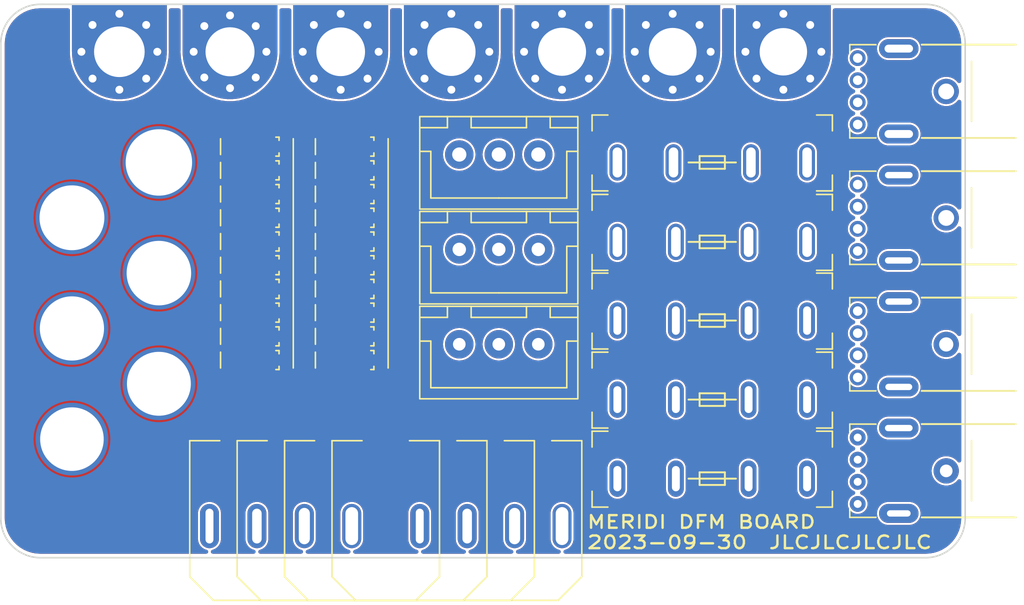
<source format=kicad_pcb>
(kicad_pcb (version 20221018) (generator pcbnew)
  (layers (0 "F.Cu" signal) (31 "B.Cu" signal) (34 "B.Paste" user) (35 "F.Paste" user) (36 "B.SilkS" user "B.Silkscreen") (37 "F.SilkS" user "F.Silkscreen") (38 "B.Mask" user) (39 "F.Mask" user) (44 "Edge.Cuts" user))
  (net 0 "")
  (footprint "corevus:LGA_Spring" (layer "F.Cu") (at 82 43.5 -90)
    (fp_text reference "TP6" hide)
    (fp_text value "TestPoint")
    (fp_line (start -0.6 -0.6) (end -0.6 -0.4) (stroke (width 0.1)) (layer "F.SilkS"))
    (fp_line (start -0.6 -0.6) (end -0.4 -0.6) (stroke (width 0.1)) (layer "F.SilkS"))
    (fp_line (start 0.5 3.1) (end -0.5 3.1) (stroke (width 0.1)) (layer "F.SilkS"))
    (fp_line (start 0.6 -0.6) (end 0.4 -0.6) (stroke (width 0.1)) (layer "F.SilkS"))
    (fp_line (start 0.6 -0.6) (end 0.6 -0.4) (stroke (width 0.1)) (layer "F.SilkS"))
    (pad "1" smd roundrect (at 0 0.25 270) (size 1.1 2.75) (drill (offset 0 0.575)) (layers "F.Cu" "F.Mask") (roundrect_rratio 0.09090909091))
  )
  (footprint "corevus:JST_XH_1x03" (layer "F.Cu") (at 90.5 36.5)
    (fp_text reference "J5" hide)
    (fp_text value "JST XH")
    (fp_line (start -5 -1.7) (end -3.25 -1.7) (stroke (width 0.1)) (layer "F.SilkS"))
    (fp_line (start -5 -0.2) (end -4.3 -0.2) (stroke (width 0.1)) (layer "F.SilkS"))
    (fp_line (start -4.3 -0.2) (end -4.3 2.75) (stroke (width 0.1)) (layer "F.SilkS"))
    (fp_line (start -4.3 2.75) (end 0 2.75) (stroke (width 0.1)) (layer "F.SilkS"))
    (fp_line (start -3.25 -1.7) (end -3.25 -2.4) (stroke (width 0.1)) (layer "F.SilkS"))
    (fp_line (start -1.75 -2.4) (end -1.75 -1.7) (stroke (width 0.1)) (layer "F.SilkS"))
    (fp_line (start -1.75 -1.7) (end 1.75 -1.7) (stroke (width 0.1)) (layer "F.SilkS"))
    (fp_line (start 1.75 -1.7) (end 1.75 -2.4) (stroke (width 0.1)) (layer "F.SilkS"))
    (fp_line (start 3.25 -2.4) (end 3.25 -1.7) (stroke (width 0.1)) (layer "F.SilkS"))
    (fp_line (start 3.25 -1.7) (end 5 -1.7) (stroke (width 0.1)) (layer "F.SilkS"))
    (fp_line (start 4.3 -0.2) (end 4.3 2.75) (stroke (width 0.1)) (layer "F.SilkS"))
    (fp_line (start 4.3 2.75) (end 0 2.75) (stroke (width 0.1)) (layer "F.SilkS"))
    (fp_line (start 5 -0.2) (end 4.3 -0.2) (stroke (width 0.1)) (layer "F.SilkS"))
    (fp_rect (start -5 -2.4) (end 5 3.45) (stroke (width 0.1)) (fill none) (layer "F.SilkS"))
    (pad "1" thru_hole oval (at -2.5 0) (size 1.8 1.8) (drill 0.9) (layers "*.Cu" "*.Mask"))
    (pad "2" thru_hole oval (at 0 0) (size 1.8 1.8) (drill 0.9) (layers "*.Cu" "*.Mask"))
    (pad "3" thru_hole oval (at 2.5 0) (size 1.8 1.8) (drill 0.9) (layers "*.Cu" "*.Mask"))
  )
  (footprint "corevus:MountingHole_M3_Driver" (layer "F.Cu") (at 94.5 30)
    (fp_text reference "H5" hide)
    (fp_text value "MountingHole_Pad")
    (pad "1" thru_hole circle (at -2.4 0) (size 0.8 0.8) (drill 0.5) (layers "*.Cu" "*.Mask"))
    (pad "1" thru_hole circle (at -1.697056 -1.697056) (size 0.8 0.8) (drill 0.5) (layers "*.Cu" "*.Mask"))
    (pad "1" thru_hole circle (at -1.697056 1.697056) (size 0.8 0.8) (drill 0.5) (layers "*.Cu" "*.Mask"))
    (pad "1" thru_hole circle (at 0 -2.4) (size 0.8 0.8) (drill 0.5) (layers "*.Cu" "*.Mask"))
    (pad "1" thru_hole custom (at 0 0) (size 6 6) (drill 3.04) (layers "*.Cu" "*.Mask") (options (clearance outline) (anchor circle)) (primitives (gr_poly (pts (xy -3 0) (xy 3 0) (xy 3 -3) (xy -3 -3)) (width 0) (fill yes))))
    (pad "1" thru_hole circle (at 0 2.4) (size 0.8 0.8) (drill 0.5) (layers "*.Cu" "*.Mask"))
    (pad "1" thru_hole circle (at 1.697056 -1.697056) (size 0.8 0.8) (drill 0.5) (layers "*.Cu" "*.Mask"))
    (pad "1" thru_hole circle (at 1.697056 1.697056) (size 0.8 0.8) (drill 0.5) (layers "*.Cu" "*.Mask"))
    (pad "1" thru_hole circle (at 2.4 0) (size 0.8 0.8) (drill 0.5) (layers "*.Cu" "*.Mask"))
  )
  (footprint "corevus:MountingHole_M3_Driver" (layer "F.Cu") (at 80.5 30)
    (fp_text reference "H3" hide)
    (fp_text value "MountingHole_Pad")
    (pad "1" thru_hole circle (at -2.4 0) (size 0.8 0.8) (drill 0.5) (layers "*.Cu" "*.Mask"))
    (pad "1" thru_hole circle (at -1.697056 -1.697056) (size 0.8 0.8) (drill 0.5) (layers "*.Cu" "*.Mask"))
    (pad "1" thru_hole circle (at -1.697056 1.697056) (size 0.8 0.8) (drill 0.5) (layers "*.Cu" "*.Mask"))
    (pad "1" thru_hole circle (at 0 -2.4) (size 0.8 0.8) (drill 0.5) (layers "*.Cu" "*.Mask"))
    (pad "1" thru_hole custom (at 0 0) (size 6 6) (drill 3.08) (layers "*.Cu" "*.Mask") (options (clearance outline) (anchor circle)) (primitives (gr_poly (pts (xy -3 0) (xy 3 0) (xy 3 -3) (xy -3 -3)) (width 0) (fill yes))))
    (pad "1" thru_hole circle (at 0 2.4) (size 0.8 0.8) (drill 0.5) (layers "*.Cu" "*.Mask"))
    (pad "1" thru_hole circle (at 1.697056 -1.697056) (size 0.8 0.8) (drill 0.5) (layers "*.Cu" "*.Mask"))
    (pad "1" thru_hole circle (at 1.697056 1.697056) (size 0.8 0.8) (drill 0.5) (layers "*.Cu" "*.Mask"))
    (pad "1" thru_hole circle (at 2.4 0) (size 0.8 0.8) (drill 0.5) (layers "*.Cu" "*.Mask"))
  )
  (footprint "corevus:Jing_USB-A_906-761" (layer "F.Cu") (at 116 56.5 90)
    (fp_text reference "J4" hide)
    (fp_text value "USB_A")
    (fp_line (start -2.95 -3.3) (end -2.95 -1.65) (stroke (width 0.1)) (layer "F.SilkS"))
    (fp_line (start -2.95 -3.3) (end -2.45 -3.3) (stroke (width 0.1)) (layer "F.SilkS"))
    (fp_line (start -2.95 1.25) (end -2.95 7.2) (stroke (width 0.12)) (layer "F.SilkS"))
    (fp_line (start -1.9 4.4) (end 1.9 4.4) (stroke (width 0.1)) (layer "F.SilkS"))
    (fp_line (start 2.95 -3.3) (end 2.45 -3.3) (stroke (width 0.1)) (layer "F.SilkS"))
    (fp_line (start 2.95 -3.3) (end 2.95 -1.65) (stroke (width 0.1)) (layer "F.SilkS"))
    (fp_line (start 2.95 1.25) (end 2.95 7.2) (stroke (width 0.12)) (layer "F.SilkS"))
    (pad "1" thru_hole circle (at 2.1 -2.8 270) (size 1 1) (drill 0.5) (layers "*.Cu" "*.Mask"))
    (pad "2" thru_hole circle (at 0.7 -2.8 270) (size 1 1) (drill 0.5) (layers "*.Cu" "*.Mask"))
    (pad "3" thru_hole circle (at -0.7 -2.8 270) (size 1 1) (drill 0.5) (layers "*.Cu" "*.Mask"))
    (pad "4" thru_hole circle (at -2.1 -2.8 270) (size 1 1) (drill 0.5) (layers "*.Cu" "*.Mask"))
    (pad "5" thru_hole oval (at -2.7 -0.2 180) (size 2.5 1.2) (drill oval 1.5 0.4) (layers "*.Cu" "*.Mask"))
    (pad "5" thru_hole oval (at -0.01 2.8 270) (size 1.6 1.6) (drill 0.8) (layers "*.Cu" "*.Mask"))
    (pad "5" thru_hole oval (at 2.7 -0.2 180) (size 2.5 1.2) (drill oval 1.75 0.4) (layers "*.Cu" "*.Mask"))
  )
  (footprint "corevus:XKB_X3025WRS-04C" (layer "F.Cu") (at 81.85 60 180)
    (fp_text reference "J10" hide)
    (fp_text value "Conn_01x04")
    (fp_line (start -7.9 -3.2) (end -6.4 -4.7) (stroke (width 0.1)) (layer "F.SilkS"))
    (fp_line (start -7.9 5.4) (end -7.9 -3.2) (stroke (width 0.1)) (layer "F.SilkS"))
    (fp_line (start -7.9 5.4) (end -6 5.4) (stroke (width 0.1)) (layer "F.SilkS"))
    (fp_line (start -6.4 -4.7) (end 6.4 -4.7) (stroke (width 0.1)) (layer "F.SilkS"))
    (fp_line (start 6.4 -4.7) (end 7.9 -3.2) (stroke (width 0.1)) (layer "F.SilkS"))
    (fp_line (start 7.9 -3.2) (end 7.9 5.4) (stroke (width 0.1)) (layer "F.SilkS"))
    (fp_line (start 7.9 5.4) (end 6 5.4) (stroke (width 0.1)) (layer "F.SilkS"))
    (pad "1" smd roundrect (at -4.5 5.5) (size 1 3) (layers "F.Cu" "F.Paste" "F.Mask"))
    (pad "2" smd roundrect (at -1.5 5.5) (size 1 3) (layers "F.Cu" "F.Paste" "F.Mask"))
    (pad "3" smd roundrect (at 1.5 5.5) (size 1 3) (layers "F.Cu" "F.Paste" "F.Mask"))
    (pad "4" smd roundrect (at 4.5 5.5) (size 1 3) (layers "F.Cu" "F.Paste" "F.Mask"))
    (pad "5" thru_hole oval (at 6.65 0) (size 1.2 2.8) (drill oval 0.6 2.2) (layers "*.Cu" "*.Mask" "F.Paste"))
    (pad "6" thru_hole oval (at -6.65 0) (size 1.2 2.8) (drill oval 0.6 2.2) (layers "*.Cu" "*.Mask" "F.Paste"))
  )
  (footprint "corevus:Jing_USB-A_906-761" (layer "F.Cu") (at 116 32.5 90)
    (fp_text reference "J1" hide)
    (fp_text value "USB_A")
    (fp_line (start -2.95 -3.3) (end -2.95 -1.65) (stroke (width 0.1)) (layer "F.SilkS"))
    (fp_line (start -2.95 -3.3) (end -2.45 -3.3) (stroke (width 0.1)) (layer "F.SilkS"))
    (fp_line (start -2.95 1.25) (end -2.95 7.2) (stroke (width 0.12)) (layer "F.SilkS"))
    (fp_line (start -1.9 4.4) (end 1.9 4.4) (stroke (width 0.1)) (layer "F.SilkS"))
    (fp_line (start 2.95 -3.3) (end 2.45 -3.3) (stroke (width 0.1)) (layer "F.SilkS"))
    (fp_line (start 2.95 -3.3) (end 2.95 -1.65) (stroke (width 0.1)) (layer "F.SilkS"))
    (fp_line (start 2.95 1.25) (end 2.95 7.2) (stroke (width 0.12)) (layer "F.SilkS"))
    (pad "1" thru_hole circle (at 2.1 -2.8 270) (size 1 1) (drill 0.6) (layers "*.Cu" "*.Mask"))
    (pad "2" thru_hole circle (at 0.7 -2.8 270) (size 1 1) (drill 0.6) (layers "*.Cu" "*.Mask"))
    (pad "3" thru_hole circle (at -0.7 -2.8 270) (size 1 1) (drill 0.6) (layers "*.Cu" "*.Mask"))
    (pad "4" thru_hole circle (at -2.1 -2.8 270) (size 1 1) (drill 0.6) (layers "*.Cu" "*.Mask"))
    (pad "5" thru_hole oval (at -2.7 -0.2 180) (size 2.5 1.2) (drill oval 1.8 0.5) (layers "*.Cu" "*.Mask"))
    (pad "5" thru_hole oval (at -0.01 2.8 270) (size 1.6 1.6) (drill oval 1) (layers "*.Cu" "*.Mask"))
    (pad "5" thru_hole oval (at 2.7 -0.2 180) (size 2.5 1.2) (drill oval 1.8 0.5) (layers "*.Cu" "*.Mask"))
  )
  (footprint "corevus:XF-505P" (layer "F.Cu") (at 104 42.025)
    (fp_text reference "F2" hide)
    (fp_text value "Fuse")
    (fp_line (start -7.6 -3) (end -7.6 -2) (stroke (width 0.1)) (layer "F.SilkS"))
    (fp_line (start -7.6 -3) (end -6.6 -3) (stroke (width 0.1)) (layer "F.SilkS"))
    (fp_line (start -7.6 1.8) (end -7.6 0.8) (stroke (width 0.1)) (layer "F.SilkS"))
    (fp_line (start -7.6 1.8) (end -6.6 1.8) (stroke (width 0.1)) (layer "F.SilkS"))
    (fp_line (start -1.5 0) (end 1.5 0) (stroke (width 0.12)) (layer "F.SilkS"))
    (fp_line (start -0.8 -0.4) (end -0.8 0.4) (stroke (width 0.12)) (layer "F.SilkS"))
    (fp_line (start -0.8 0.4) (end 0.8 0.4) (stroke (width 0.12)) (layer "F.SilkS"))
    (fp_line (start 0.8 -0.4) (end -0.8 -0.4) (stroke (width 0.12)) (layer "F.SilkS"))
    (fp_line (start 0.8 0.4) (end 0.8 -0.4) (stroke (width 0.12)) (layer "F.SilkS"))
    (fp_line (start 7.6 -3) (end 6.6 -3) (stroke (width 0.1)) (layer "F.SilkS"))
    (fp_line (start 7.6 -3) (end 7.6 -2) (stroke (width 0.1)) (layer "F.SilkS"))
    (fp_line (start 7.6 1.8) (end 6.6 1.8) (stroke (width 0.1)) (layer "F.SilkS"))
    (fp_line (start 7.6 1.8) (end 7.6 0.8) (stroke (width 0.1)) (layer "F.SilkS"))
    (pad "1" thru_hole oval (at -6 0 90) (size 2.3 1) (drill oval 1.900022 0.599999) (layers "*.Cu" "*.Mask"))
    (pad "1" thru_hole oval (at -2.3 0 90) (size 2.3 1) (drill oval 1.900022 0.599999) (layers "*.Cu" "*.Mask"))
    (pad "2" thru_hole oval (at 2.3 0 90) (size 2.3 1) (drill oval 1.900022 0.599999) (layers "*.Cu" "*.Mask"))
    (pad "2" thru_hole oval (at 6 0 90) (size 2.3 1) (drill oval 1.900022 0.599999) (layers "*.Cu" "*.Mask"))
  )
  (footprint "corevus:XF-505P" (layer "F.Cu") (at 104 47)
    (fp_text reference "F3" hide)
    (fp_text value "Fuse")
    (fp_line (start -7.6 -3) (end -7.6 -2) (stroke (width 0.1)) (layer "F.SilkS"))
    (fp_line (start -7.6 -3) (end -6.6 -3) (stroke (width 0.1)) (layer "F.SilkS"))
    (fp_line (start -7.6 1.8) (end -7.6 0.8) (stroke (width 0.1)) (layer "F.SilkS"))
    (fp_line (start -7.6 1.8) (end -6.6 1.8) (stroke (width 0.1)) (layer "F.SilkS"))
    (fp_line (start -1.5 0) (end 1.5 0) (stroke (width 0.12)) (layer "F.SilkS"))
    (fp_line (start -0.8 -0.4) (end -0.8 0.4) (stroke (width 0.12)) (layer "F.SilkS"))
    (fp_line (start -0.8 0.4) (end 0.8 0.4) (stroke (width 0.12)) (layer "F.SilkS"))
    (fp_line (start 0.8 -0.4) (end -0.8 -0.4) (stroke (width 0.12)) (layer "F.SilkS"))
    (fp_line (start 0.8 0.4) (end 0.8 -0.4) (stroke (width 0.12)) (layer "F.SilkS"))
    (fp_line (start 7.6 -3) (end 6.6 -3) (stroke (width 0.1)) (layer "F.SilkS"))
    (fp_line (start 7.6 -3) (end 7.6 -2) (stroke (width 0.1)) (layer "F.SilkS"))
    (fp_line (start 7.6 1.8) (end 6.6 1.8) (stroke (width 0.1)) (layer "F.SilkS"))
    (fp_line (start 7.6 1.8) (end 7.6 0.8) (stroke (width 0.1)) (layer "F.SilkS"))
    (pad "1" thru_hole oval (at -6 0 90) (size 2.3 1) (drill oval 1.8 0.5) (layers "*.Cu" "*.Mask"))
    (pad "1" thru_hole oval (at -2.3 0 90) (size 2.3 1) (drill oval 1.8 0.5) (layers "*.Cu" "*.Mask"))
    (pad "2" thru_hole oval (at 2.3 0 90) (size 2.3 1) (drill oval 1.8 0.5) (layers "*.Cu" "*.Mask"))
    (pad "2" thru_hole oval (at 6 0 90) (size 2.3 1) (drill oval 1.8 0.5) (layers "*.Cu" "*.Mask"))
  )
  (footprint "corevus:LGA_Spring" (layer "F.Cu") (at 76.000001 45 -90)
    (fp_text reference "TP17" hide)
    (fp_text value "TestPoint")
    (fp_line (start -0.6 -0.6) (end -0.6 -0.4) (stroke (width 0.1)) (layer "F.SilkS"))
    (fp_line (start -0.6 -0.6) (end -0.4 -0.6) (stroke (width 0.1)) (layer "F.SilkS"))
    (fp_line (start 0.5 3.1) (end -0.5 3.1) (stroke (width 0.1)) (layer "F.SilkS"))
    (fp_line (start 0.6 -0.6) (end 0.4 -0.6) (stroke (width 0.1)) (layer "F.SilkS"))
    (fp_line (start 0.6 -0.6) (end 0.6 -0.4) (stroke (width 0.1)) (layer "F.SilkS"))
    (pad "1" smd roundrect (at 0 0.25 270) (size 1.1 2.15) (drill (offset 0 0.275)) (layers "F.Cu" "F.Mask") (roundrect_rratio 0.09090909091))
  )
  (footprint "corevus:M3_M2.5_PCB_Nut" (layer "F.Cu") (at 69 51 90)
    (fp_text reference "H9" hide)
    (fp_text value "MountingHole_Pad")
    (pad "1" thru_hole circle (at 0 0 90) (size 4.6 4.6) (drill 4.04) (layers "*.Cu" "*.Mask"))
    (pad "1" smd circle (at 0 0 90) (size 6 6) (layers "F.Cu" "F.Mask"))
  )
  (footprint "corevus:LGA_Spring" (layer "F.Cu") (at 82 48 -90)
    (fp_text reference "TP9" hide)
    (fp_text value "TestPoint")
    (fp_line (start -0.6 -0.6) (end -0.6 -0.4) (stroke (width 0.1)) (layer "F.SilkS"))
    (fp_line (start -0.6 -0.6) (end -0.4 -0.6) (stroke (width 0.1)) (layer "F.SilkS"))
    (fp_line (start 0.5 3.1) (end -0.5 3.1) (stroke (width 0.1)) (layer "F.SilkS"))
    (fp_line (start 0.6 -0.6) (end 0.4 -0.6) (stroke (width 0.1)) (layer "F.SilkS"))
    (fp_line (start 0.6 -0.6) (end 0.6 -0.4) (stroke (width 0.1)) (layer "F.SilkS"))
    (pad "1" smd roundrect (at 0 0.25 270) (size 1.1 2.45) (drill (offset 0 0.425)) (layers "F.Cu" "F.Mask") (roundrect_rratio 0.09090909091))
  )
  (footprint "corevus:LGA_Spring" (layer "F.Cu") (at 76 40.5 -90)
    (fp_text reference "TP14" hide)
    (fp_text value "TestPoint")
    (fp_line (start -0.6 -0.6) (end -0.6 -0.4) (stroke (width 0.1)) (layer "F.SilkS"))
    (fp_line (start -0.6 -0.6) (end -0.4 -0.6) (stroke (width 0.1)) (layer "F.SilkS"))
    (fp_line (start 0.5 3.1) (end -0.5 3.1) (stroke (width 0.1)) (layer "F.SilkS"))
    (fp_line (start 0.6 -0.6) (end 0.4 -0.6) (stroke (width 0.1)) (layer "F.SilkS"))
    (fp_line (start 0.6 -0.6) (end 0.6 -0.4) (stroke (width 0.1)) (layer "F.SilkS"))
    (pad "1" smd roundrect (at 0 0.25 270) (size 1.1 2.45) (drill (offset 0 0.425)) (layers "F.Cu" "F.Mask") (roundrect_rratio 0.09090909091))
  )
  (footprint "corevus:XF-505P" (layer "F.Cu") (at 104 52)
    (fp_text reference "F4" hide)
    (fp_text value "Fuse")
    (fp_line (start -7.6 -3) (end -7.6 -2) (stroke (width 0.1)) (layer "F.SilkS"))
    (fp_line (start -7.6 -3) (end -6.6 -3) (stroke (width 0.1)) (layer "F.SilkS"))
    (fp_line (start -7.6 1.8) (end -7.6 0.8) (stroke (width 0.1)) (layer "F.SilkS"))
    (fp_line (start -7.6 1.8) (end -6.6 1.8) (stroke (width 0.1)) (layer "F.SilkS"))
    (fp_line (start -1.5 0) (end 1.5 0) (stroke (width 0.12)) (layer "F.SilkS"))
    (fp_line (start -0.8 -0.4) (end -0.8 0.4) (stroke (width 0.12)) (layer "F.SilkS"))
    (fp_line (start -0.8 0.4) (end 0.8 0.4) (stroke (width 0.12)) (layer "F.SilkS"))
    (fp_line (start 0.8 -0.4) (end -0.8 -0.4) (stroke (width 0.12)) (layer "F.SilkS"))
    (fp_line (start 0.8 0.4) (end 0.8 -0.4) (stroke (width 0.12)) (layer "F.SilkS"))
    (fp_line (start 7.6 -3) (end 6.6 -3) (stroke (width 0.1)) (layer "F.SilkS"))
    (fp_line (start 7.6 -3) (end 7.6 -2) (stroke (width 0.1)) (layer "F.SilkS"))
    (fp_line (start 7.6 1.8) (end 6.6 1.8) (stroke (width 0.1)) (layer "F.SilkS"))
    (fp_line (start 7.6 1.8) (end 7.6 0.8) (stroke (width 0.1)) (layer "F.SilkS"))
    (pad "1" thru_hole oval (at -6 0 90) (size 2.3 1) (drill oval 1.7 0.5) (layers "*.Cu" "*.Mask"))
    (pad "1" thru_hole oval (at -2.3 0 90) (size 2.3 1) (drill oval 1.7 0.5) (layers "*.Cu" "*.Mask"))
    (pad "2" thru_hole oval (at 2.3 0 90) (size 2.3 1) (drill oval 1.7 0.5) (layers "*.Cu" "*.Mask"))
    (pad "2" thru_hole oval (at 6 0 90) (size 2.3 1) (drill oval 1.7 0.5) (layers "*.Cu" "*.Mask"))
  )
  (footprint "corevus:M3_M2.5_PCB_Nut" (layer "F.Cu") (at 63.5 54.5 90)
    (fp_text reference "H8" hide)
    (fp_text value "MountingHole_Pad")
    (pad "1" thru_hole circle (at 0 0 90) (size 4.6 4.6) (drill 4.02) (layers "*.Cu" "*.Mask"))
    (pad "1" smd circle (at 0 0 90) (size 6 6) (layers "F.Cu" "F.Mask"))
  )
  (footprint "corevus:LGA_Spring" (layer "F.Cu") (at 82 37.5 -90)
    (fp_text reference "TP2" hide)
    (fp_text value "TestPoint")
    (fp_line (start -0.6 -0.6) (end -0.6 -0.4) (stroke (width 0.1)) (layer "F.SilkS"))
    (fp_line (start -0.6 -0.6) (end -0.4 -0.6) (stroke (width 0.1)) (layer "F.SilkS"))
    (fp_line (start 0.5 3.1) (end -0.5 3.1) (stroke (width 0.1)) (layer "F.SilkS"))
    (fp_line (start 0.6 -0.6) (end 0.4 -0.6) (stroke (width 0.1)) (layer "F.SilkS"))
    (fp_line (start 0.6 -0.6) (end 0.6 -0.4) (stroke (width 0.1)) (layer "F.SilkS"))
    (pad "1" smd roundrect (at 0 0.25 270) (size 1.1 3.15) (drill (offset 0 0.775)) (layers "F.Cu" "F.Mask") (roundrect_rratio 0.09090909091))
  )
  (footprint "corevus:LGA_Spring" (layer "F.Cu") (at 76 42 -90)
    (fp_text reference "TP15" hide)
    (fp_text value "TestPoint")
    (fp_line (start -0.6 -0.6) (end -0.6 -0.4) (stroke (width 0.1)) (layer "F.SilkS"))
    (fp_line (start -0.6 -0.6) (end -0.4 -0.6) (stroke (width 0.1)) (layer "F.SilkS"))
    (fp_line (start 0.5 3.1) (end -0.5 3.1) (stroke (width 0.1)) (layer "F.SilkS"))
    (fp_line (start 0.6 -0.6) (end 0.4 -0.6) (stroke (width 0.1)) (layer "F.SilkS"))
    (fp_line (start 0.6 -0.6) (end 0.6 -0.4) (stroke (width 0.1)) (layer "F.SilkS"))
    (pad "1" smd roundrect (at 0 0.25 270) (size 1.1 2.35) (drill (offset 0 0.375)) (layers "F.Cu" "F.Mask") (roundrect_rratio 0.09090909091))
  )
  (footprint "corevus:LGA_Spring" (layer "F.Cu") (at 76 49.5 -90)
    (fp_text reference "TP20" hide)
    (fp_text value "TestPoint")
    (fp_line (start -0.6 -0.6) (end -0.6 -0.4) (stroke (width 0.1)) (layer "F.SilkS"))
    (fp_line (start -0.6 -0.6) (end -0.4 -0.6) (stroke (width 0.1)) (layer "F.SilkS"))
    (fp_line (start 0.5 3.1) (end -0.5 3.1) (stroke (width 0.1)) (layer "F.SilkS"))
    (fp_line (start 0.6 -0.6) (end 0.4 -0.6) (stroke (width 0.1)) (layer "F.SilkS"))
    (fp_line (start 0.6 -0.6) (end 0.6 -0.4) (stroke (width 0.1)) (layer "F.SilkS"))
    (pad "1" smd roundrect (at 0 0.25 270) (size 1.1 1.85) (drill (offset 0 0.125)) (layers "F.Cu" "F.Mask") (roundrect_rratio 0.09090909091))
  )
  (footprint "corevus:LGA_Spring" (layer "F.Cu") (at 82 42 -90)
    (fp_text reference "TP5" hide)
    (fp_text value "TestPoint")
    (fp_line (start -0.6 -0.6) (end -0.6 -0.4) (stroke (width 0.1)) (layer "F.SilkS"))
    (fp_line (start -0.6 -0.6) (end -0.4 -0.6) (stroke (width 0.1)) (layer "F.SilkS"))
    (fp_line (start 0.5 3.1) (end -0.5 3.1) (stroke (width 0.1)) (layer "F.SilkS"))
    (fp_line (start 0.6 -0.6) (end 0.4 -0.6) (stroke (width 0.1)) (layer "F.SilkS"))
    (fp_line (start 0.6 -0.6) (end 0.6 -0.4) (stroke (width 0.1)) (layer "F.SilkS"))
    (pad "1" smd roundrect (at 0 0.25 270) (size 1.1 2.85) (drill (offset 0 0.625)) (layers "F.Cu" "F.Mask") (roundrect_rratio 0.09090909091))
  )
  (footprint "corevus:MountingHole_M3_Driver" (layer "F.Cu") (at 101.5 30)
    (fp_text reference "H6" hide)
    (fp_text value "MountingHole_Pad")
    (pad "1" thru_hole circle (at -2.4 0) (size 0.8 0.8) (drill 0.5) (layers "*.Cu" "*.Mask"))
    (pad "1" thru_hole circle (at -1.697056 -1.697056) (size 0.8 0.8) (drill 0.5) (layers "*.Cu" "*.Mask"))
    (pad "1" thru_hole circle (at -1.697056 1.697056) (size 0.8 0.8) (drill 0.5) (layers "*.Cu" "*.Mask"))
    (pad "1" thru_hole circle (at 0 -2.4) (size 0.8 0.8) (drill 0.5) (layers "*.Cu" "*.Mask"))
    (pad "1" thru_hole custom (at 0 0) (size 6 6) (drill 3.02) (layers "*.Cu" "*.Mask") (options (clearance outline) (anchor circle)) (primitives (gr_poly (pts (xy -3 0) (xy 3 0) (xy 3 -3) (xy -3 -3)) (width 0) (fill yes))))
    (pad "1" thru_hole circle (at 0 2.4) (size 0.8 0.8) (drill 0.5) (layers "*.Cu" "*.Mask"))
    (pad "1" thru_hole circle (at 1.697056 -1.697056) (size 0.8 0.8) (drill 0.5) (layers "*.Cu" "*.Mask"))
    (pad "1" thru_hole circle (at 1.697056 1.697056) (size 0.8 0.8) (drill 0.5) (layers "*.Cu" "*.Mask"))
    (pad "1" thru_hole circle (at 2.4 0) (size 0.8 0.8) (drill 0.5) (layers "*.Cu" "*.Mask"))
  )
  (footprint "corevus:LGA_Spring" (layer "F.Cu") (at 76.000001 37.5 -90)
    (fp_text reference "TP12" hide)
    (fp_text value "TestPoint")
    (fp_line (start -0.6 -0.6) (end -0.6 -0.4) (stroke (width 0.1)) (layer "F.SilkS"))
    (fp_line (start -0.6 -0.6) (end -0.4 -0.6) (stroke (width 0.1)) (layer "F.SilkS"))
    (fp_line (start 0.5 3.1) (end -0.5 3.1) (stroke (width 0.1)) (layer "F.SilkS"))
    (fp_line (start 0.6 -0.6) (end 0.4 -0.6) (stroke (width 0.1)) (layer "F.SilkS"))
    (fp_line (start 0.6 -0.6) (end 0.6 -0.4) (stroke (width 0.1)) (layer "F.SilkS"))
    (pad "1" smd roundrect (at 0 0.25 270) (size 1.1 2.75) (drill (offset 0 0.575)) (layers "F.Cu" "F.Mask") (roundrect_rratio 0.09090909091))
  )
  (footprint "corevus:LGA_Spring" (layer "F.Cu") (at 76 48 -90)
    (fp_text reference "TP19" hide)
    (fp_text value "TestPoint")
    (fp_line (start -0.6 -0.6) (end -0.6 -0.4) (stroke (width 0.1)) (layer "F.SilkS"))
    (fp_line (start -0.6 -0.6) (end -0.4 -0.6) (stroke (width 0.1)) (layer "F.SilkS"))
    (fp_line (start 0.5 3.1) (end -0.5 3.1) (stroke (width 0.1)) (layer "F.SilkS"))
    (fp_line (start 0.6 -0.6) (end 0.4 -0.6) (stroke (width 0.1)) (layer "F.SilkS"))
    (fp_line (start 0.6 -0.6) (end 0.6 -0.4) (stroke (width 0.1)) (layer "F.SilkS"))
    (pad "1" smd roundrect (at 0 0.25 270) (size 1.1 1.95) (drill (offset 0 0.175)) (layers "F.Cu" "F.Mask") (roundrect_rratio 0.09090909091))
  )
  (footprint "corevus:LGA_Spring" (layer "F.Cu") (at 76.000001 46.5 -90)
    (fp_text reference "TP18" hide)
    (fp_text value "TestPoint")
    (fp_line (start -0.6 -0.6) (end -0.6 -0.4) (stroke (width 0.1)) (layer "F.SilkS"))
    (fp_line (start -0.6 -0.6) (end -0.4 -0.6) (stroke (width 0.1)) (layer "F.SilkS"))
    (fp_line (start 0.5 3.1) (end -0.5 3.1) (stroke (width 0.1)) (layer "F.SilkS"))
    (fp_line (start 0.6 -0.6) (end 0.4 -0.6) (stroke (width 0.1)) (layer "F.SilkS"))
    (fp_line (start 0.6 -0.6) (end 0.6 -0.4) (stroke (width 0.1)) (layer "F.SilkS"))
    (pad "1" smd roundrect (at 0 0.25 270) (size 1.1 2.05) (drill (offset 0 0.225)) (layers "F.Cu" "F.Mask") (roundrect_rratio 0.09090909091))
  )
  (footprint "corevus:MountingHole_M3_Driver" (layer "F.Cu") (at 108.5 30)
    (fp_text reference "H7" hide)
    (fp_text value "MountingHole_Pad")
    (pad "1" thru_hole circle (at -2.4 0) (size 0.8 0.8) (drill 0.5) (layers "*.Cu" "*.Mask"))
    (pad "1" thru_hole circle (at -1.697056 -1.697056) (size 0.8 0.8) (drill 0.5) (layers "*.Cu" "*.Mask"))
    (pad "1" thru_hole circle (at -1.697056 1.697056) (size 0.8 0.8) (drill 0.5) (layers "*.Cu" "*.Mask"))
    (pad "1" thru_hole circle (at 0 -2.4) (size 0.8 0.8) (drill 0.5) (layers "*.Cu" "*.Mask"))
    (pad "1" thru_hole custom (at 0 0) (size 6 6) (drill 3) (layers "*.Cu" "*.Mask") (options (clearance outline) (anchor circle)) (primitives (gr_poly (pts (xy -3 0) (xy 3 0) (xy 3 -3) (xy -3 -3)) (width 0) (fill yes))))
    (pad "1" thru_hole circle (at 0 2.4) (size 0.8 0.8) (drill 0.5) (layers "*.Cu" "*.Mask"))
    (pad "1" thru_hole circle (at 1.697056 -1.697056) (size 0.8 0.8) (drill 0.5) (layers "*.Cu" "*.Mask"))
    (pad "1" thru_hole circle (at 1.697056 1.697056) (size 0.8 0.8) (drill 0.5) (layers "*.Cu" "*.Mask"))
    (pad "1" thru_hole circle (at 2.4 0) (size 0.8 0.8) (drill 0.5) (layers "*.Cu" "*.Mask"))
  )
  (footprint "corevus:LGA_Spring" (layer "F.Cu") (at 82 46.5 -90)
    (fp_text reference "TP8" hide)
    (fp_text value "TestPoint")
    (fp_line (start -0.6 -0.6) (end -0.6 -0.4) (stroke (width 0.1)) (layer "F.SilkS"))
    (fp_line (start -0.6 -0.6) (end -0.4 -0.6) (stroke (width 0.1)) (layer "F.SilkS"))
    (fp_line (start 0.5 3.1) (end -0.5 3.1) (stroke (width 0.1)) (layer "F.SilkS"))
    (fp_line (start 0.6 -0.6) (end 0.4 -0.6) (stroke (width 0.1)) (layer "F.SilkS"))
    (fp_line (start 0.6 -0.6) (end 0.6 -0.4) (stroke (width 0.1)) (layer "F.SilkS"))
    (pad "1" smd roundrect (at 0 0.25 270) (size 1.1 2.55) (drill (offset 0 0.475)) (layers "F.Cu" "F.Mask") (roundrect_rratio 0.09090909091))
  )
  (footprint "corevus:LGA_Spring" (layer "F.Cu") (at 82 45 -90)
    (fp_text reference "TP7" hide)
    (fp_text value "TestPoint")
    (fp_line (start -0.6 -0.6) (end -0.6 -0.4) (stroke (width 0.1)) (layer "F.SilkS"))
    (fp_line (start -0.6 -0.6) (end -0.4 -0.6) (stroke (width 0.1)) (layer "F.SilkS"))
    (fp_line (start 0.5 3.1) (end -0.5 3.1) (stroke (width 0.1)) (layer "F.SilkS"))
    (fp_line (start 0.6 -0.6) (end 0.4 -0.6) (stroke (width 0.1)) (layer "F.SilkS"))
    (fp_line (start 0.6 -0.6) (end 0.6 -0.4) (stroke (width 0.1)) (layer "F.SilkS"))
    (pad "1" smd roundrect (at 0 0.25 270) (size 1.1 2.65) (drill (offset 0 0.525)) (layers "F.Cu" "F.Mask") (roundrect_rratio 0.09090909091))
  )
  (footprint "corevus:LGA_Spring" (layer "F.Cu") (at 82 36 -90)
    (fp_text reference "TP1" hide)
    (fp_text value "TestPoint")
    (fp_line (start -0.6 -0.6) (end -0.6 -0.4) (stroke (width 0.1)) (layer "F.SilkS"))
    (fp_line (start -0.6 -0.6) (end -0.4 -0.6) (stroke (width 0.1)) (layer "F.SilkS"))
    (fp_line (start 0.5 3.1) (end -0.5 3.1) (stroke (width 0.1)) (layer "F.SilkS"))
    (fp_line (start 0.6 -0.6) (end 0.4 -0.6) (stroke (width 0.1)) (layer "F.SilkS"))
    (fp_line (start 0.6 -0.6) (end 0.6 -0.4) (stroke (width 0.1)) (layer "F.SilkS"))
    (pad "1" smd roundrect (at 0 0.25 270) (size 1.1 3.25) (drill (offset 0 0.825)) (layers "F.Cu" "F.Mask") (roundrect_rratio 0.09090909091))
  )
  (footprint "corevus:MountingHole_M3_Driver" (layer "F.Cu") (at 66.5 30)
    (fp_text reference "H1" hide)
    (fp_text value "MountingHole_Pad")
    (pad "1" thru_hole circle (at -2.4 0) (size 0.8 0.8) (drill 0.5) (layers "*.Cu" "*.Mask"))
    (pad "1" thru_hole circle (at -1.697056 -1.697056) (size 0.8 0.8) (drill 0.5) (layers "*.Cu" "*.Mask"))
    (pad "1" thru_hole circle (at -1.697056 1.697056) (size 0.8 0.8) (drill 0.5) (layers "*.Cu" "*.Mask"))
    (pad "1" thru_hole circle (at 0 -2.4) (size 0.8 0.8) (drill 0.5) (layers "*.Cu" "*.Mask"))
    (pad "1" thru_hole custom (at 0 0) (size 6 6) (drill 3.2) (layers "*.Cu" "*.Mask") (options (clearance outline) (anchor circle)) (primitives (gr_poly (pts (xy -3 0) (xy 3 0) (xy 3 -3) (xy -3 -3)) (width 0) (fill yes))))
    (pad "1" thru_hole circle (at 0 2.4) (size 0.8 0.8) (drill 0.5) (layers "*.Cu" "*.Mask"))
    (pad "1" thru_hole circle (at 1.697056 -1.697056) (size 0.8 0.8) (drill 0.5) (layers "*.Cu" "*.Mask"))
    (pad "1" thru_hole circle (at 1.697056 1.697056) (size 0.8 0.8) (drill 0.5) (layers "*.Cu" "*.Mask"))
    (pad "1" thru_hole circle (at 2.4 0) (size 0.8 0.8) (drill 0.5) (layers "*.Cu" "*.Mask"))
  )
  (footprint "corevus:XKB_X3025WRS-04C" (layer "F.Cu") (at 78.85 60 180)
    (fp_text reference "J11" hide)
    (fp_text value "Conn_01x04")
    (fp_line (start -7.9 -3.2) (end -6.4 -4.7) (stroke (width 0.1)) (layer "F.SilkS"))
    (fp_line (start -7.9 5.4) (end -7.9 -3.2) (stroke (width 0.1)) (layer "F.SilkS"))
    (fp_line (start -7.9 5.4) (end -6 5.4) (stroke (width 0.1)) (layer "F.SilkS"))
    (fp_line (start -6.4 -4.7) (end 6.4 -4.7) (stroke (width 0.1)) (layer "F.SilkS"))
    (fp_line (start 6.4 -4.7) (end 7.9 -3.2) (stroke (width 0.1)) (layer "F.SilkS"))
    (fp_line (start 7.9 -3.2) (end 7.9 5.4) (stroke (width 0.1)) (layer "F.SilkS"))
    (fp_line (start 7.9 5.4) (end 6 5.4) (stroke (width 0.1)) (layer "F.SilkS"))
    (pad "1" smd roundrect (at -4.5 5.5) (size 1 3) (layers "F.Cu" "F.Paste" "F.Mask"))
    (pad "2" smd roundrect (at -1.5 5.5) (size 1 3) (layers "F.Cu" "F.Paste" "F.Mask"))
    (pad "3" smd roundrect (at 1.5 5.5) (size 1 3) (layers "F.Cu" "F.Paste" "F.Mask"))
    (pad "4" smd roundrect (at 4.5 5.5) (size 1 3) (layers "F.Cu" "F.Paste" "F.Mask"))
    (pad "5" thru_hole oval (at 6.65 0) (size 1.2 2.8) (drill oval 0.5 2.2) (layers "*.Cu" "*.Mask" "F.Paste"))
    (pad "6" thru_hole oval (at -6.65 0) (size 1.2 2.8) (drill oval 0.5 2.2) (layers "*.Cu" "*.Mask" "F.Paste"))
  )
  (footprint "corevus:Jing_USB-A_906-761" (layer "F.Cu") (at 116 40.5 90)
    (fp_text reference "J2" hide)
    (fp_text value "USB_A")
    (fp_line (start -2.95 -3.3) (end -2.95 -1.65) (stroke (width 0.1)) (layer "F.SilkS"))
    (fp_line (start -2.95 -3.3) (end -2.45 -3.3) (stroke (width 0.1)) (layer "F.SilkS"))
    (fp_line (start -2.95 1.25) (end -2.95 7.2) (stroke (width 0.12)) (layer "F.SilkS"))
    (fp_line (start -1.9 4.4) (end 1.9 4.4) (stroke (width 0.1)) (layer "F.SilkS"))
    (fp_line (start 2.95 -3.3) (end 2.45 -3.3) (stroke (width 0.1)) (layer "F.SilkS"))
    (fp_line (start 2.95 -3.3) (end 2.95 -1.65) (stroke (width 0.1)) (layer "F.SilkS"))
    (fp_line (start 2.95 1.25) (end 2.95 7.2) (stroke (width 0.12)) (layer "F.SilkS"))
    (pad "1" thru_hole circle (at 2.1 -2.8 270) (size 1 1) (drill 0.6) (layers "*.Cu" "*.Mask"))
    (pad "2" thru_hole circle (at 0.7 -2.8 270) (size 1 1) (drill 0.6) (layers "*.Cu" "*.Mask"))
    (pad "3" thru_hole circle (at -0.7 -2.8 270) (size 1 1) (drill 0.6) (layers "*.Cu" "*.Mask"))
    (pad "4" thru_hole circle (at -2.1 -2.8 270) (size 1 1) (drill 0.6) (layers "*.Cu" "*.Mask"))
    (pad "5" thru_hole oval (at -2.7 -0.2 180) (size 2.5 1.2) (drill oval 1.75 0.4) (layers "*.Cu" "*.Mask"))
    (pad "5" thru_hole oval (at -0.01 2.8 270) (size 1.6 1.6) (drill 1) (layers "*.Cu" "*.Mask"))
    (pad "5" thru_hole oval (at 2.7 -0.2 180) (size 2.5 1.2) (drill oval 1.75 0.4) (layers "*.Cu" "*.Mask"))
  )
  (footprint "corevus:LGA_Spring" (layer "F.Cu") (at 76 43.5 -90)
    (fp_text reference "TP16" hide)
    (fp_text value "TestPoint")
    (fp_line (start -0.6 -0.6) (end -0.6 -0.4) (stroke (width 0.1)) (layer "F.SilkS"))
    (fp_line (start -0.6 -0.6) (end -0.4 -0.6) (stroke (width 0.1)) (layer "F.SilkS"))
    (fp_line (start 0.5 3.1) (end -0.5 3.1) (stroke (width 0.1)) (layer "F.SilkS"))
    (fp_line (start 0.6 -0.6) (end 0.4 -0.6) (stroke (width 0.1)) (layer "F.SilkS"))
    (fp_line (start 0.6 -0.6) (end 0.6 -0.4) (stroke (width 0.1)) (layer "F.SilkS"))
    (pad "1" smd roundrect (at 0 0.25 270) (size 1.1 2.25) (drill (offset 0 0.325)) (layers "F.Cu" "F.Mask") (roundrect_rratio 0.09090909091))
  )
  (footprint "corevus:MountingHole_M3_Driver" (layer "F.Cu") (at 73.5 30)
    (fp_text reference "H2" hide)
    (fp_text value "MountingHole_Pad")
    (pad "1" thru_hole circle (at -2.3 0) (size 0.8 0.8) (drill 0.5) (layers "*.Cu" "*.Mask"))
    (pad "1" thru_hole circle (at -1.626346 -1.626346) (size 0.8 0.8) (drill 0.5) (layers "*.Cu" "*.Mask"))
    (pad "1" thru_hole circle (at -1.626346 1.626346) (size 0.8 0.8) (drill 0.5) (layers "*.Cu" "*.Mask"))
    (pad "1" thru_hole circle (at 0 -2.3) (size 0.8 0.8) (drill 0.5) (layers "*.Cu" "*.Mask"))
    (pad "1" thru_hole custom (at 0 0) (size 6 6) (drill 3.1) (layers "*.Cu" "*.Mask") (options (clearance outline) (anchor circle)) (primitives (gr_poly (pts (xy -3 0) (xy 3 0) (xy 3 -3) (xy -3 -3)) (width 0) (fill yes))))
    (pad "1" thru_hole circle (at 0 2.3) (size 0.8 0.8) (drill 0.5) (layers "*.Cu" "*.Mask"))
    (pad "1" thru_hole circle (at 1.626346 -1.626346) (size 0.8 0.8) (drill 0.5) (layers "*.Cu" "*.Mask"))
    (pad "1" thru_hole circle (at 1.626346 1.626346) (size 0.8 0.8) (drill 0.5) (layers "*.Cu" "*.Mask"))
    (pad "1" thru_hole circle (at 2.3 0) (size 0.8 0.8) (drill 0.5) (layers "*.Cu" "*.Mask"))
  )
  (footprint "corevus:XKB_X3025WRS-04C" (layer "F.Cu") (at 87.85 60 180)
    (fp_text reference "J6" hide)
    (fp_text value "Conn_01x04")
    (fp_line (start -7.9 -3.2) (end -6.4 -4.7) (stroke (width 0.1)) (layer "F.SilkS"))
    (fp_line (start -7.9 5.4) (end -7.9 -3.2) (stroke (width 0.1)) (layer "F.SilkS"))
    (fp_line (start -7.9 5.4) (end -6 5.4) (stroke (width 0.1)) (layer "F.SilkS"))
    (fp_line (start -6.4 -4.7) (end 6.4 -4.7) (stroke (width 0.1)) (layer "F.SilkS"))
    (fp_line (start 6.4 -4.7) (end 7.9 -3.2) (stroke (width 0.1)) (layer "F.SilkS"))
    (fp_line (start 7.9 -3.2) (end 7.9 5.4) (stroke (width 0.1)) (layer "F.SilkS"))
    (fp_line (start 7.9 5.4) (end 6 5.4) (stroke (width 0.1)) (layer "F.SilkS"))
    (pad "1" smd roundrect (at -4.5 5.5) (size 1 3) (layers "F.Cu" "F.Paste" "F.Mask"))
    (pad "2" smd roundrect (at -1.5 5.5) (size 1 3) (layers "F.Cu" "F.Paste" "F.Mask"))
    (pad "3" smd roundrect (at 1.5 5.5) (size 1 3) (layers "F.Cu" "F.Paste" "F.Mask"))
    (pad "4" smd roundrect (at 4.5 5.5) (size 1 3) (layers "F.Cu" "F.Paste" "F.Mask"))
    (pad "5" thru_hole oval (at 6.65 0) (size 1.2 2.8) (drill oval 0.8 2.4) (layers "*.Cu" "*.Mask" "F.Paste"))
    (pad "6" thru_hole oval (at -6.65 0) (size 1.2 2.8) (drill oval 0.8 2.4) (layers "*.Cu" "*.Mask" "F.Paste"))
  )
  (footprint "corevus:M3_M2.5_PCB_Nut" (layer "F.Cu") (at 63.5 47.5 90)
    (fp_text reference "H10" hide)
    (fp_text value "MountingHole_Pad")
    (pad "1" thru_hole circle (at 0 0 90) (size 4.6 4.6) (drill 4.06) (layers "*.Cu" "*.Mask"))
    (pad "1" smd circle (at 0 0 90) (size 6 6) (layers "F.Cu" "F.Mask"))
  )
  (footprint "corevus:JST_XH_1x03" (layer "F.Cu") (at 90.5 42.5)
    (fp_text reference "J7" hide)
    (fp_text value "JST XH")
    (fp_line (start -5 -1.7) (end -3.25 -1.7) (stroke (width 0.1)) (layer "F.SilkS"))
    (fp_line (start -5 -0.2) (end -4.3 -0.2) (stroke (width 0.1)) (layer "F.SilkS"))
    (fp_line (start -4.3 -0.2) (end -4.3 2.75) (stroke (width 0.1)) (layer "F.SilkS"))
    (fp_line (start -4.3 2.75) (end 0 2.75) (stroke (width 0.1)) (layer "F.SilkS"))
    (fp_line (start -3.25 -1.7) (end -3.25 -2.4) (stroke (width 0.1)) (layer "F.SilkS"))
    (fp_line (start -1.75 -2.4) (end -1.75 -1.7) (stroke (width 0.1)) (layer "F.SilkS"))
    (fp_line (start -1.75 -1.7) (end 1.75 -1.7) (stroke (width 0.1)) (layer "F.SilkS"))
    (fp_line (start 1.75 -1.7) (end 1.75 -2.4) (stroke (width 0.1)) (layer "F.SilkS"))
    (fp_line (start 3.25 -2.4) (end 3.25 -1.7) (stroke (width 0.1)) (layer "F.SilkS"))
    (fp_line (start 3.25 -1.7) (end 5 -1.7) (stroke (width 0.1)) (layer "F.SilkS"))
    (fp_line (start 4.3 -0.2) (end 4.3 2.75) (stroke (width 0.1)) (layer "F.SilkS"))
    (fp_line (start 4.3 2.75) (end 0 2.75) (stroke (width 0.1)) (layer "F.SilkS"))
    (fp_line (start 5 -0.2) (end 4.3 -0.2) (stroke (width 0.1)) (layer "F.SilkS"))
    (fp_rect (start -5 -2.4) (end 5 3.45) (stroke (width 0.1)) (fill none) (layer "F.SilkS"))
    (pad "1" thru_hole oval (at -2.5 0) (size 1.8 1.8) (drill 0.85) (layers "*.Cu" "*.Mask"))
    (pad "2" thru_hole oval (at 0 0) (size 1.8 1.8) (drill 0.85) (layers "*.Cu" "*.Mask"))
    (pad "3" thru_hole oval (at 2.5 0) (size 1.8 1.8) (drill 0.85) (layers "*.Cu" "*.Mask"))
  )
  (footprint "corevus:XF-505P" (layer "F.Cu") (at 104 37)
    (fp_text reference "F1" hide)
    (fp_text value "Fuse")
    (fp_line (start -7.6 -3) (end -7.6 -2) (stroke (width 0.1)) (layer "F.SilkS"))
    (fp_line (start -7.6 -3) (end -6.6 -3) (stroke (width 0.1)) (layer "F.SilkS"))
    (fp_line (start -7.6 1.8) (end -7.6 0.8) (stroke (width 0.1)) (layer "F.SilkS"))
    (fp_line (start -7.6 1.8) (end -6.6 1.8) (stroke (width 0.1)) (layer "F.SilkS"))
    (fp_line (start -1.5 0) (end 1.5 0) (stroke (width 0.12)) (layer "F.SilkS"))
    (fp_line (start -0.8 -0.4) (end -0.8 0.4) (stroke (width 0.12)) (layer "F.SilkS"))
    (fp_line (start -0.8 0.4) (end 0.8 0.4) (stroke (width 0.12)) (layer "F.SilkS"))
    (fp_line (start 0.8 -0.4) (end -0.8 -0.4) (stroke (width 0.12)) (layer "F.SilkS"))
    (fp_line (start 0.8 0.4) (end 0.8 -0.4) (stroke (width 0.12)) (layer "F.SilkS"))
    (fp_line (start 7.6 -3) (end 6.6 -3) (stroke (width 0.1)) (layer "F.SilkS"))
    (fp_line (start 7.6 -3) (end 7.6 -2) (stroke (width 0.1)) (layer "F.SilkS"))
    (fp_line (start 7.6 1.8) (end 6.6 1.8) (stroke (width 0.1)) (layer "F.SilkS"))
    (fp_line (start 7.6 1.8) (end 7.6 0.8) (stroke (width 0.1)) (layer "F.SilkS"))
    (pad "1" thru_hole oval (at -6 0 90) (size 2.3 1) (drill oval 1.900022 0.599999) (layers "*.Cu" "*.Mask"))
    (pad "1" thru_hole oval (at -2.45 0 90) (size 2.3 1) (drill oval 1.900022 0.599999) (layers "*.Cu" "*.Mask"))
    (pad "2" thru_hole oval (at 2.45 0 90) (size 2.3 1) (drill oval 1.900022 0.599999) (layers "*.Cu" "*.Mask"))
    (pad "2" thru_hole oval (at 6 0 90) (size 2.3 1) (drill oval 1.900022 0.599999) (layers "*.Cu" "*.Mask"))
  )
  (footprint "corevus:XF-505P" (layer "F.Cu") (at 104 57)
    (fp_text reference "F5" hide)
    (fp_text value "Fuse")
    (fp_line (start -7.6 -3) (end -7.6 -2) (stroke (width 0.1)) (layer "F.SilkS"))
    (fp_line (start -7.6 -3) (end -6.6 -3) (stroke (width 0.1)) (layer "F.SilkS"))
    (fp_line (start -7.6 1.8) (end -7.6 0.8) (stroke (width 0.1)) (layer "F.SilkS"))
    (fp_line (start -7.6 1.8) (end -6.6 1.8) (stroke (width 0.1)) (layer "F.SilkS"))
    (fp_line (start -1.5 0) (end 1.5 0) (stroke (width 0.12)) (layer "F.SilkS"))
    (fp_line (start -0.8 -0.4) (end -0.8 0.4) (stroke (width 0.12)) (layer "F.SilkS"))
    (fp_line (start -0.8 0.4) (end 0.8 0.4) (stroke (width 0.12)) (layer "F.SilkS"))
    (fp_line (start 0.8 -0.4) (end -0.8 -0.4) (stroke (width 0.12)) (layer "F.SilkS"))
    (fp_line (start 0.8 0.4) (end 0.8 -0.4) (stroke (width 0.12)) (layer "F.SilkS"))
    (fp_line (start 7.6 -3) (end 6.6 -3) (stroke (width 0.1)) (layer "F.SilkS"))
    (fp_line (start 7.6 -3) (end 7.6 -2) (stroke (width 0.1)) (layer "F.SilkS"))
    (fp_line (start 7.6 1.8) (end 6.6 1.8) (stroke (width 0.1)) (layer "F.SilkS"))
    (fp_line (start 7.6 1.8) (end 7.6 0.8) (stroke (width 0.1)) (layer "F.SilkS"))
    (pad "1" thru_hole oval (at -6 0 90) (size 2.3 1) (drill oval 1.6 0.5) (layers "*.Cu" "*.Mask"))
    (pad "1" thru_hole oval (at -2.3 0 90) (size 2.3 1) (drill oval 1.6 0.5) (layers "*.Cu" "*.Mask"))
    (pad "2" thru_hole oval (at 2.3 0 90) (size 2.3 1) (drill oval 1.6 0.5) (layers "*.Cu" "*.Mask"))
    (pad "2" thru_hole oval (at 6 0 90) (size 2.3 1) (drill oval 1.6 0.5) (layers "*.Cu" "*.Mask"))
  )
  (footprint "corevus:M3_M2.5_PCB_Nut" (layer "F.Cu") (at 69 44 90)
    (fp_text reference "H11" hide)
    (fp_text value "MountingHole_Pad")
    (pad "1" thru_hole circle (at 0 0 90) (size 4.6 4.6) (drill 4.08) (layers "*.Cu" "*.Mask"))
    (pad "1" smd circle (at 0 0 90) (size 6 6) (layers "F.Cu" "F.Mask"))
  )
  (footprint "corevus:M3_M2.5_PCB_Nut" (layer "F.Cu") (at 69 37 90)
    (fp_text reference "H13" hide)
    (fp_text value "MountingHole_Pad")
    (pad "1" thru_hole circle (at 0 0 90) (size 4.6 4.6) (drill 4.2) (layers "*.Cu" "*.Mask"))
    (pad "1" smd circle (at 0 0 90) (size 6 6) (layers "F.Cu" "F.Mask"))
  )
  (footprint "corevus:LGA_Spring" (layer "F.Cu") (at 76 39 -90)
    (fp_text reference "TP13" hide)
    (fp_text value "TestPoint")
    (fp_line (start -0.6 -0.6) (end -0.6 -0.4) (stroke (width 0.1)) (layer "F.SilkS"))
    (fp_line (start -0.6 -0.6) (end -0.4 -0.6) (stroke (width 0.1)) (layer "F.SilkS"))
    (fp_line (start 0.5 3.1) (end -0.5 3.1) (stroke (width 0.1)) (layer "F.SilkS"))
    (fp_line (start 0.6 -0.6) (end 0.4 -0.6) (stroke (width 0.1)) (layer "F.SilkS"))
    (fp_line (start 0.6 -0.6) (end 0.6 -0.4) (stroke (width 0.1)) (layer "F.SilkS"))
    (pad "1" smd roundrect (at 0 0.25 270) (size 1.1 2.65) (drill (offset 0 0.525)) (layers "F.Cu" "F.Mask") (roundrect_rratio 0.09090909091))
  )
  (footprint "corevus:XKB_X3025WRS-04C" (layer "F.Cu") (at 84.85 60 180)
    (fp_text reference "J9" hide)
    (fp_text value "Conn_01x04")
    (fp_line (start -7.9 -3.2) (end -6.4 -4.7) (stroke (width 0.1)) (layer "F.SilkS"))
    (fp_line (start -7.9 5.4) (end -7.9 -3.2) (stroke (width 0.1)) (layer "F.SilkS"))
    (fp_line (start -7.9 5.4) (end -6 5.4) (stroke (width 0.1)) (layer "F.SilkS"))
    (fp_line (start -6.4 -4.7) (end 6.4 -4.7) (stroke (width 0.1)) (layer "F.SilkS"))
    (fp_line (start 6.4 -4.7) (end 7.9 -3.2) (stroke (width 0.1)) (layer "F.SilkS"))
    (fp_line (start 7.9 -3.2) (end 7.9 5.4) (stroke (width 0.1)) (layer "F.SilkS"))
    (fp_line (start 7.9 5.4) (end 6 5.4) (stroke (width 0.1)) (layer "F.SilkS"))
    (pad "1" smd roundrect (at -4.5 5.5) (size 1 3) (layers "F.Cu" "F.Paste" "F.Mask"))
    (pad "2" smd roundrect (at -1.5 5.5) (size 1 3) (layers "F.Cu" "F.Paste" "F.Mask"))
    (pad "3" smd roundrect (at 1.5 5.5) (size 1 3) (layers "F.Cu" "F.Paste" "F.Mask"))
    (pad "4" smd roundrect (at 4.5 5.5) (size 1 3) (layers "F.Cu" "F.Paste" "F.Mask"))
    (pad "5" thru_hole oval (at 6.65 0) (size 1.2 2.8) (drill oval 0.7 2.3) (layers "*.Cu" "*.Mask" "F.Paste"))
    (pad "6" thru_hole oval (at -6.65 0) (size 1.2 2.8) (drill oval 0.7 2.3) (layers "*.Cu" "*.Mask" "F.Paste"))
  )
  (footprint "corevus:MountingHole_M3_Driver" (layer "F.Cu") (at 87.5 30)
    (fp_text reference "H4" hide)
    (fp_text value "MountingHole_Pad")
    (pad "1" thru_hole circle (at -2.4 0) (size 0.8 0.8) (drill 0.5) (layers "*.Cu" "*.Mask"))
    (pad "1" thru_hole circle (at -1.697056 -1.697056) (size 0.8 0.8) (drill 0.5) (layers "*.Cu" "*.Mask"))
    (pad "1" thru_hole circle (at -1.697056 1.697056) (size 0.8 0.8) (drill 0.5) (layers "*.Cu" "*.Mask"))
    (pad "1" thru_hole circle (at 0 -2.4) (size 0.8 0.8) (drill 0.5) (layers "*.Cu" "*.Mask"))
    (pad "1" thru_hole custom (at 0 0) (size 6 6) (drill 3.06) (layers "*.Cu" "*.Mask") (options (clearance outline) (anchor circle)) (primitives (gr_poly (pts (xy -3 0) (xy 3 0) (xy 3 -3) (xy -3 -3)) (width 0) (fill yes))))
    (pad "1" thru_hole circle (at 0 2.4) (size 0.8 0.8) (drill 0.5) (layers "*.Cu" "*.Mask"))
    (pad "1" thru_hole circle (at 1.697056 -1.697056) (size 0.8 0.8) (drill 0.5) (layers "*.Cu" "*.Mask"))
    (pad "1" thru_hole circle (at 1.697056 1.697056) (size 0.8 0.8) (drill 0.5) (layers "*.Cu" "*.Mask"))
    (pad "1" thru_hole circle (at 2.4 0) (size 0.8 0.8) (drill 0.5) (layers "*.Cu" "*.Mask"))
  )
  (footprint "corevus:LGA_Spring" (layer "F.Cu") (at 82 40.5 -90)
    (fp_text reference "TP4" hide)
    (fp_text value "TestPoint")
    (fp_line (start -0.6 -0.6) (end -0.6 -0.4) (stroke (width 0.1)) (layer "F.SilkS"))
    (fp_line (start -0.6 -0.6) (end -0.4 -0.6) (stroke (width 0.1)) (layer "F.SilkS"))
    (fp_line (start 0.5 3.1) (end -0.5 3.1) (stroke (width 0.1)) (layer "F.SilkS"))
    (fp_line (start 0.6 -0.6) (end 0.4 -0.6) (stroke (width 0.1)) (layer "F.SilkS"))
    (fp_line (start 0.6 -0.6) (end 0.6 -0.4) (stroke (width 0.1)) (layer "F.SilkS"))
    (pad "1" smd roundrect (at 0 0.25 270) (size 1.1 2.95) (drill (offset 0 0.675)) (layers "F.Cu" "F.Mask") (roundrect_rratio 0.09090909091))
  )
  (footprint "corevus:LGA_Spring" (layer "F.Cu") (at 82 39 -90)
    (fp_text reference "TP3" hide)
    (fp_text value "TestPoint")
    (fp_line (start -0.6 -0.6) (end -0.6 -0.4) (stroke (width 0.1)) (layer "F.SilkS"))
    (fp_line (start -0.6 -0.6) (end -0.4 -0.6) (stroke (width 0.1)) (layer "F.SilkS"))
    (fp_line (start 0.5 3.1) (end -0.5 3.1) (stroke (width 0.1)) (layer "F.SilkS"))
    (fp_line (start 0.6 -0.6) (end 0.4 -0.6) (stroke (width 0.1)) (layer "F.SilkS"))
    (fp_line (start 0.6 -0.6) (end 0.6 -0.4) (stroke (width 0.1)) (layer "F.SilkS"))
    (pad "1" smd roundrect (at 0 0.25 270) (size 1.1 3.05) (drill (offset 0 0.725)) (layers "F.Cu" "F.Mask") (roundrect_rratio 0.09090909091))
  )
  (footprint "corevus:Jing_USB-A_906-761" (layer "F.Cu") (at 116 48.5 90)
    (fp_text reference "J3" hide)
    (fp_text value "USB_A")
    (fp_line (start -2.95 -3.3) (end -2.95 -1.65) (stroke (width 0.1)) (layer "F.SilkS"))
    (fp_line (start -2.95 -3.3) (end -2.45 -3.3) (stroke (width 0.1)) (layer "F.SilkS"))
    (fp_line (start -2.95 1.25) (end -2.95 7.2) (stroke (width 0.12)) (layer "F.SilkS"))
    (fp_line (start -1.9 4.4) (end 1.9 4.4) (stroke (width 0.1)) (layer "F.SilkS"))
    (fp_line (start 2.95 -3.3) (end 2.45 -3.3) (stroke (width 0.1)) (layer "F.SilkS"))
    (fp_line (start 2.95 -3.3) (end 2.95 -1.65) (stroke (width 0.1)) (layer "F.SilkS"))
    (fp_line (start 2.95 1.25) (end 2.95 7.2) (stroke (width 0.12)) (layer "F.SilkS"))
    (pad "1" thru_hole circle (at 2.1 -2.8 270) (size 1 1) (drill 0.6) (layers "*.Cu" "*.Mask"))
    (pad "2" thru_hole circle (at 0.7 -2.8 270) (size 1 1) (drill 0.6) (layers "*.Cu" "*.Mask"))
    (pad "3" thru_hole circle (at -0.7 -2.8 270) (size 1 1) (drill 0.6) (layers "*.Cu" "*.Mask"))
    (pad "4" thru_hole circle (at -2.1 -2.8 270) (size 1 1) (drill 0.6) (layers "*.Cu" "*.Mask"))
    (pad "5" thru_hole oval (at -2.7 -0.2 180) (size 2.5 1.2) (drill oval 1.7 0.4) (layers "*.Cu" "*.Mask"))
    (pad "5" thru_hole oval (at -0.01 2.8 270) (size 1.6 1.6) (drill 0.9) (layers "*.Cu" "*.Mask"))
    (pad "5" thru_hole oval (at 2.7 -0.2 180) (size 2.5 1.2) (drill oval 1.7 0.4) (layers "*.Cu" "*.Mask"))
  )
  (footprint "corevus:JST_XH_1x03" (layer "F.Cu") (at 90.5 48.5)
    (fp_text reference "J8" hide)
    (fp_text value "JST XH")
    (fp_line (start -5 -1.7) (end -3.25 -1.7) (stroke (width 0.1)) (layer "F.SilkS"))
    (fp_line (start -5 -0.2) (end -4.3 -0.2) (stroke (width 0.1)) (layer "F.SilkS"))
    (fp_line (start -4.3 -0.2) (end -4.3 2.75) (stroke (width 0.1)) (layer "F.SilkS"))
    (fp_line (start -4.3 2.75) (end 0 2.75) (stroke (width 0.1)) (layer "F.SilkS"))
    (fp_line (start -3.25 -1.7) (end -3.25 -2.4) (stroke (width 0.1)) (layer "F.SilkS"))
    (fp_line (start -1.75 -2.4) (end -1.75 -1.7) (stroke (width 0.1)) (layer "F.SilkS"))
    (fp_line (start -1.75 -1.7) (end 1.75 -1.7) (stroke (width 0.1)) (layer "F.SilkS"))
    (fp_line (start 1.75 -1.7) (end 1.75 -2.4) (stroke (width 0.1)) (layer "F.SilkS"))
    (fp_line (start 3.25 -2.4) (end 3.25 -1.7) (stroke (width 0.1)) (layer "F.SilkS"))
    (fp_line (start 3.25 -1.7) (end 5 -1.7) (stroke (width 0.1)) (layer "F.SilkS"))
    (fp_line (start 4.3 -0.2) (end 4.3 2.75) (stroke (width 0.1)) (layer "F.SilkS"))
    (fp_line (start 4.3 2.75) (end 0 2.75) (stroke (width 0.1)) (layer "F.SilkS"))
    (fp_line (start 5 -0.2) (end 4.3 -0.2) (stroke (width 0.1)) (layer "F.SilkS"))
    (fp_rect (start -5 -2.4) (end 5 3.45) (stroke (width 0.1)) (fill none) (layer "F.SilkS"))
    (pad "1" thru_hole oval (at -2.5 0) (size 1.8 1.8) (drill 0.8) (layers "*.Cu" "*.Mask"))
    (pad "2" thru_hole oval (at 0 0) (size 1.8 1.8) (drill 0.8) (layers "*.Cu" "*.Mask"))
    (pad "3" thru_hole oval (at 2.5 0) (size 1.8 1.8) (drill 0.8) (layers "*.Cu" "*.Mask"))
  )
  (footprint "corevus:LGA_Spring" (layer "F.Cu") (at 76.000001 36 -90)
    (fp_text reference "TP11" hide)
    (fp_text value "TestPoint")
    (fp_line (start -0.6 -0.6) (end -0.6 -0.4) (stroke (width 0.1)) (layer "F.SilkS"))
    (fp_line (start -0.6 -0.6) (end -0.4 -0.6) (stroke (width 0.1)) (layer "F.SilkS"))
    (fp_line (start 0.5 3.1) (end -0.5 3.1) (stroke (width 0.1)) (layer "F.SilkS"))
    (fp_line (start 0.6 -0.6) (end 0.4 -0.6) (stroke (width 0.1)) (layer "F.SilkS"))
    (fp_line (start 0.6 -0.6) (end 0.6 -0.4) (stroke (width 0.1)) (layer "F.SilkS"))
    (pad "1" smd roundrect (at 0 0.25 270) (size 1.1 2.85) (drill (offset 0 0.625)) (layers "F.Cu" "F.Mask") (roundrect_rratio 0.09090909091))
  )
  (footprint "corevus:LGA_Spring" (layer "F.Cu") (at 82 49.5 -90)
    (fp_text reference "TP10" hide)
    (fp_text value "TestPoint")
    (fp_line (start -0.6 -0.6) (end -0.6 -0.4) (stroke (width 0.1)) (layer "F.SilkS"))
    (fp_line (start -0.6 -0.6) (end -0.4 -0.6) (stroke (width 0.1)) (layer "F.SilkS"))
    (fp_line (start 0.5 3.1) (end -0.5 3.1) (stroke (width 0.1)) (layer "F.SilkS"))
    (fp_line (start 0.6 -0.6) (end 0.4 -0.6) (stroke (width 0.1)) (layer "F.SilkS"))
    (fp_line (start 0.6 -0.6) (end 0.6 -0.4) (stroke (width 0.1)) (layer "F.SilkS"))
    (pad "1" smd roundrect (at 0 0.25 270) (size 1.1 2.35) (drill (offset 0 0.375)) (layers "F.Cu" "F.Mask") (roundrect_rratio 0.09090909091))
  )
  (footprint "corevus:M3_M2.5_PCB_Nut" (layer "F.Cu") (at 63.5 40.5 90)
    (fp_text reference "H12" hide)
    (fp_text value "MountingHole_Pad")
    (pad "1" thru_hole circle (at 0 0 90) (size 4.6 4.6) (drill 4.1) (layers "*.Cu" "*.Mask"))
    (pad "1" smd circle (at 0 0 90) (size 6 6) (layers "F.Cu" "F.Mask"))
  )
  (gr_line (start 83.5 35.5) (end 83.5 50) (stroke (width 0.1)) (layer "F.SilkS"))
  (gr_line (start 77.5 35.5) (end 77.5 50) (stroke (width 0.1)) (layer "F.SilkS"))
  (gr_arc (start 61.5 62) (mid 59.732233 61.267767) (end 59 59.5) (stroke (width 0.1)) (layer "Edge.Cuts"))
  (gr_arc (start 59 29.500001) (mid 59.732233 27.732234) (end 61.5 27) (stroke (width 0.1)) (layer "Edge.Cuts"))
  (gr_line (start 117.5 62) (end 61.5 62) (stroke (width 0.1)) (layer "Edge.Cuts"))
  (gr_arc (start 117.5 27) (mid 119.267767 27.732233) (end 120 29.5) (stroke (width 0.1)) (layer "Edge.Cuts"))
  (gr_arc (start 120 59.5) (mid 119.267767 61.267767) (end 117.5 62) (stroke (width 0.1)) (layer "Edge.Cuts"))
  (gr_line (start 59 59.5) (end 59 29.500001) (stroke (width 0.1)) (layer "Edge.Cuts"))
  (gr_line (start 61.5 27) (end 117.5 27) (stroke (width 0.1)) (layer "Edge.Cuts"))
  (gr_line (start 120 29.5) (end 120 59.5) (stroke (width 0.1)) (layer "Edge.Cuts"))
  (gr_text "JLCJLCJLCJLC" (at 107.5 61.5) (layer "F.SilkS") (effects (font (size 0.8 1)) (justify left bottom)))
  (gr_text "MERIDI DFM BOARD\n2023-09-30" (at 96 61.5) (layer "F.SilkS") (effects (font (size 0.8 1)) (justify left bottom)))
  (zone (net 0) (net_name "") (layers "F&B.Cu") (connect_pads no (clearance 0.125)) (min_thickness 0.25) (fill yes (thermal_gap 0.5) (thermal_bridge_width 0.5) (island_removal_mode 1) (island_area_min 10))
    (polygon (pts (xy 120 27) (xy 59 27) (xy 59 62) (xy 120 62)))
  )
)
</source>
